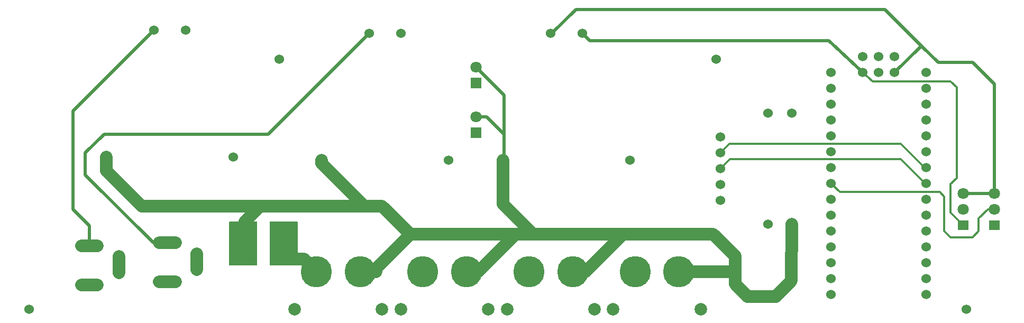
<source format=gtl>
G04 Layer: TopLayer*
G04 EasyEDA v6.4.7, 2021-03-07T11:36:16+08:00*
G04 29a609c2d2ff474892d28cb6706061f2,5c8f5cfc3ab7496db0bfa80374e2e714,10*
G04 Gerber Generator version 0.2*
G04 Scale: 100 percent, Rotated: No, Reflected: No *
G04 Dimensions in millimeters *
G04 leading zeros omitted , absolute positions ,3 integer and 3 decimal *
%FSLAX33Y33*%
%MOMM*%
G90*
D02*

%ADD10C,1.999996*%
%ADD11C,0.299999*%
%ADD12C,0.499999*%
%ADD13C,1.524000*%
%ADD14C,1.799996*%
%ADD15R,1.799996X1.574800*%
%ADD16R,1.799996X1.799996*%
%ADD17C,4.999990*%

%LPD*%
G36*
G01X43398Y17999D02*
G01X39101Y17999D01*
G01X39087Y17998D01*
G01X39072Y17995D01*
G01X39059Y17990D01*
G01X39046Y17983D01*
G01X39034Y17975D01*
G01X39024Y17964D01*
G01X39016Y17953D01*
G01X39008Y17940D01*
G01X39003Y17926D01*
G01X39000Y17913D01*
G01X38999Y17898D01*
G01X38999Y11101D01*
G01X39000Y11087D01*
G01X39003Y11072D01*
G01X39008Y11059D01*
G01X39016Y11046D01*
G01X39024Y11035D01*
G01X39034Y11024D01*
G01X39046Y11015D01*
G01X39059Y11009D01*
G01X39072Y11004D01*
G01X39087Y11001D01*
G01X39101Y11000D01*
G01X43398Y10999D01*
G01X43412Y11001D01*
G01X43427Y11004D01*
G01X43440Y11009D01*
G01X43453Y11015D01*
G01X43464Y11024D01*
G01X43475Y11035D01*
G01X43483Y11046D01*
G01X43490Y11059D01*
G01X43495Y11072D01*
G01X43498Y11087D01*
G01X43500Y11101D01*
G01X43500Y17898D01*
G01X43498Y17912D01*
G01X43495Y17926D01*
G01X43490Y17940D01*
G01X43483Y17953D01*
G01X43475Y17964D01*
G01X43464Y17975D01*
G01X43453Y17983D01*
G01X43440Y17990D01*
G01X43427Y17995D01*
G01X43412Y17998D01*
G01X43398Y17999D01*
G37*

%LPD*%
G36*
G01X49898Y17999D02*
G01X45601Y17999D01*
G01X45587Y17998D01*
G01X45572Y17995D01*
G01X45559Y17990D01*
G01X45546Y17983D01*
G01X45535Y17975D01*
G01X45524Y17964D01*
G01X45515Y17953D01*
G01X45509Y17940D01*
G01X45504Y17926D01*
G01X45501Y17912D01*
G01X45500Y17898D01*
G01X45500Y11101D01*
G01X45501Y11087D01*
G01X45504Y11072D01*
G01X45509Y11059D01*
G01X45515Y11046D01*
G01X45524Y11035D01*
G01X45535Y11024D01*
G01X45546Y11015D01*
G01X45559Y11009D01*
G01X45572Y11004D01*
G01X45587Y11001D01*
G01X45601Y10999D01*
G01X49898Y10999D01*
G01X49912Y11001D01*
G01X49926Y11004D01*
G01X49940Y11009D01*
G01X49953Y11015D01*
G01X49965Y11024D01*
G01X49975Y11035D01*
G01X49983Y11046D01*
G01X49990Y11059D01*
G01X49996Y11072D01*
G01X49999Y11087D01*
G01X50000Y11101D01*
G01X50000Y17898D01*
G01X49999Y17912D01*
G01X49996Y17926D01*
G01X49990Y17940D01*
G01X49983Y17953D01*
G01X49975Y17964D01*
G01X49965Y17975D01*
G01X49953Y17983D01*
G01X49940Y17990D01*
G01X49926Y17995D01*
G01X49912Y17998D01*
G01X49898Y17999D01*
G37*

%LPD*%
G54D11*
G01X135380Y24119D02*
G01X136749Y22750D01*
G01X152749Y22750D01*
G01X153501Y21998D01*
G01X153501Y16499D01*
G01X154499Y15499D01*
G01X157999Y15499D01*
G01X140460Y41900D02*
G01X142000Y40499D01*
G01X144500Y40499D01*
G01X149000Y40499D01*
G01X151500Y40499D01*
G01X154500Y40499D01*
G01X155500Y39499D01*
G01X155500Y25000D01*
G01X154500Y24000D01*
G01X154500Y19459D01*
G01X156500Y17459D01*
G54D12*
G01X95539Y48159D02*
G01X96699Y46999D01*
G01X135000Y47000D01*
G01X140000Y42360D01*
G01X140460Y41900D01*
G54D10*
G01X43952Y20500D02*
G01X41500Y18047D01*
G01X41500Y17999D01*
G01X53000Y9999D02*
G01X51000Y12000D01*
G01X49999Y12000D01*
G01X19340Y28339D02*
G01X19340Y26159D01*
G01X25000Y20500D01*
G01X63500Y20500D01*
G01X68000Y16000D01*
G01X116499Y16000D01*
G01X120000Y12500D01*
G01X120000Y9999D01*
G01X111000Y9999D01*
G54D12*
G01X150000Y46000D02*
G01X152500Y43499D01*
G01X158000Y43499D01*
G01X161500Y39999D01*
G01X161500Y22540D01*
G01X156500Y22539D02*
G01X156500Y22539D01*
G01X161499Y22539D01*
G01X61460Y48159D02*
G01X45300Y32000D01*
G01X19000Y32000D01*
G01X16000Y29000D01*
G01X16000Y25499D01*
G01X26900Y14599D01*
G01X29149Y14599D01*
G01X78500Y42769D02*
G01X83000Y38270D01*
G01X83000Y32000D01*
G01X78500Y34770D02*
G01X80230Y34770D01*
G01X83000Y32000D01*
G01X83000Y27999D01*
G01X82839Y27839D01*
G54D10*
G01X68000Y16000D02*
G01X62000Y9999D01*
G01X60000Y9999D01*
G01X60000Y9999D02*
G01X62499Y9999D01*
G01X62500Y10000D01*
G01X77000Y9999D02*
G01X78873Y9999D01*
G01X84873Y16000D01*
G01X94000Y9999D02*
G01X96089Y9999D01*
G01X102089Y16000D01*
G01X82839Y27839D02*
G01X82839Y20850D01*
G01X87690Y16000D01*
G01X53840Y27839D02*
G01X53840Y27352D01*
G01X60691Y20500D01*
G54D12*
G01X26960Y48659D02*
G01X13999Y35699D01*
G01X13999Y20000D01*
G01X16649Y17350D01*
G01X16649Y14099D01*
G01X90459Y48159D02*
G01X90659Y48159D01*
G01X94500Y51999D01*
G01X144000Y51999D01*
G01X149999Y45999D01*
G01X149640Y45999D01*
G01X145540Y41900D01*
G54D10*
G01X120000Y9999D02*
G01X120000Y7999D01*
G01X122000Y5999D01*
G01X126500Y5999D01*
G01X129000Y8500D01*
G01X129079Y17610D02*
G01X129000Y8542D01*
G54D11*
G01X117649Y29040D02*
G01X119109Y30499D01*
G01X146500Y30499D01*
G01X150339Y26660D01*
G01X150620Y26660D01*
G01X117649Y26500D02*
G01X119149Y27999D01*
G01X146500Y27999D01*
G01X150379Y24120D01*
G01X150620Y24120D01*
G01X158000Y15499D02*
G01X159000Y16499D01*
G01X159000Y18499D01*
G01X160499Y19999D01*
G01X161499Y19999D01*
G54D13*
G01X116999Y43999D03*
G01X157000Y3999D03*
G01X47000Y43999D03*
G01X6999Y3999D03*
G54D14*
G01X161499Y22539D03*
G01X161499Y19999D03*
G54D15*
G01X161499Y17459D03*
G54D14*
G01X156500Y22539D03*
G01X156500Y19999D03*
G54D15*
G01X156499Y17459D03*
G54D16*
G01X78500Y32230D03*
G54D14*
G01X78500Y34770D03*
G54D16*
G01X78500Y40230D03*
G54D14*
G01X78500Y42770D03*
G54D10*
G01X83500Y3999D03*
G01X97500Y3999D03*
G54D17*
G01X94000Y9999D03*
G01X87000Y9999D03*
G54D10*
G01X66499Y3999D03*
G01X80499Y3999D03*
G54D17*
G01X77000Y9999D03*
G01X70000Y9999D03*
G54D10*
G01X49499Y3999D03*
G01X63499Y3999D03*
G54D17*
G01X60000Y9999D03*
G01X53000Y9999D03*
G54D10*
G01X100500Y3999D03*
G01X114500Y3999D03*
G54D17*
G01X111000Y9999D03*
G01X104000Y9999D03*
G54D13*
G01X19339Y28339D03*
G01X39659Y28339D03*
G01X26959Y48659D03*
G01X32039Y48659D03*
G01X82839Y27839D03*
G01X103159Y27839D03*
G01X90459Y48159D03*
G01X95539Y48159D03*
G01X53840Y27839D03*
G01X74160Y27839D03*
G01X61460Y48159D03*
G01X66540Y48159D03*
G01X150620Y6340D03*
G01X150620Y8880D03*
G01X150620Y11420D03*
G01X150620Y13960D03*
G01X150620Y16500D03*
G01X150620Y19040D03*
G01X150620Y21580D03*
G01X150620Y24120D03*
G01X150620Y26660D03*
G01X150620Y29200D03*
G01X150620Y31740D03*
G01X150620Y34280D03*
G01X150620Y36820D03*
G01X150620Y39360D03*
G01X150620Y41900D03*
G01X135380Y41900D03*
G01X135380Y39360D03*
G01X135380Y36820D03*
G01X135380Y34280D03*
G01X135380Y31740D03*
G01X135380Y29200D03*
G01X135380Y26660D03*
G01X135380Y24120D03*
G01X135380Y21580D03*
G01X135380Y19040D03*
G01X135380Y16500D03*
G01X135380Y13960D03*
G01X135380Y11420D03*
G01X135380Y8880D03*
G01X135380Y6340D03*
G01X145540Y41900D03*
G01X143000Y41900D03*
G01X140460Y41900D03*
G01X145540Y44440D03*
G01X143000Y44440D03*
G01X140460Y44440D03*
G01X117649Y31580D03*
G01X117649Y29040D03*
G01X117649Y26500D03*
G01X117649Y23960D03*
G01X117649Y21420D03*
G01X125269Y17610D03*
G01X129079Y17610D03*
G01X125269Y35390D03*
G01X129079Y35390D03*
G54D10*
G01X15349Y14099D02*
G01X17949Y14099D01*
G01X17949Y7900D02*
G01X15349Y7900D01*
G01X21350Y12400D02*
G01X21350Y9800D01*
G01X27849Y14599D02*
G01X30449Y14599D01*
G01X30449Y8400D02*
G01X27849Y8400D01*
G01X33849Y12899D02*
G01X33849Y10299D01*
M00*
M02*

</source>
